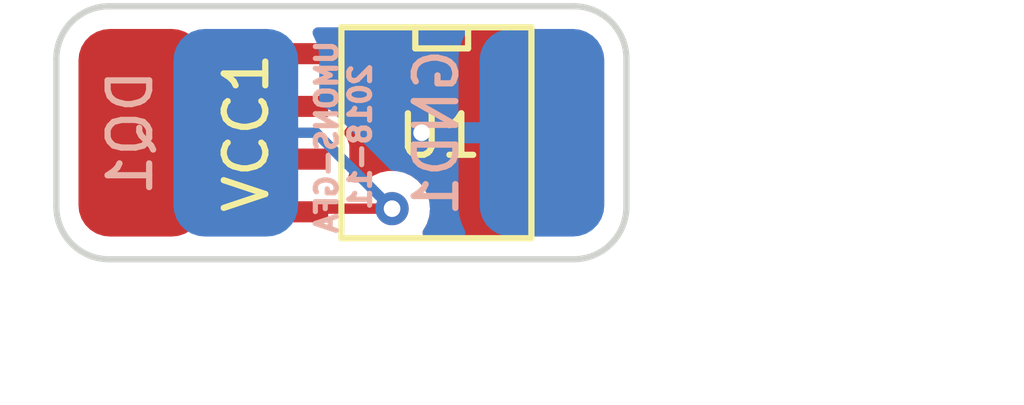
<source format=kicad_pcb>
(kicad_pcb (version 20221018) (generator pcbnew)
  (layers (0 "F.Cu" signal) (31 "B.Cu" signal) (34 "B.Paste" user) (35 "F.Paste" user) (36 "B.SilkS" user "B.Silkscreen") (37 "F.SilkS" user "F.Silkscreen") (38 "B.Mask" user) (39 "F.Mask" user) (44 "Edge.Cuts" user))
  (net 0 "")
  (net 1 "DQ")
  (net 2 "GND")
  (net 3 "VCC")
  (footprint "kicad-gfa local:SOIC-8-N" (layer "F.Cu") (at 100.076 100.076 -90)
    (fp_text reference "U1" (at 0.076 -0.076) (layer "F.SilkS"))
    (fp_text value "DS18B20Z" hide)
    (fp_line (start -2.54 -2.286) (end 2.54 -2.286) (stroke (width 0.15)) (layer "F.SilkS"))
    (fp_line (start -2.54 -0.762) (end -2.032 -0.762) (stroke (width 0.15)) (layer "F.SilkS"))
    (fp_line (start -2.54 2.286) (end -2.54 -2.286) (stroke (width 0.15)) (layer "F.SilkS"))
    (fp_line (start -2.032 -0.762) (end -2.032 0.508) (stroke (width 0.15)) (layer "F.SilkS"))
    (fp_line (start -2.032 0.508) (end -2.54 0.508) (stroke (width 0.15)) (layer "F.SilkS"))
    (fp_line (start 2.54 -2.286) (end 2.54 2.286) (stroke (width 0.15)) (layer "F.SilkS"))
    (fp_line (start 2.54 2.286) (end -2.54 2.286) (stroke (width 0.15)) (layer "F.SilkS"))
    (pad "1" smd rect (at -1.905 3.175 270) (size 0.508 1.143) (layers "F.Cu" "F.Paste" "F.Mask"))
    (pad "2" smd rect (at -0.635 3.175 270) (size 0.508 1.143) (layers "F.Cu" "F.Paste" "F.Mask"))
    (pad "3" smd rect (at 0.635 3.175 270) (size 0.508 1.143) (layers "F.Cu" "F.Paste" "F.Mask") (net 3 "VCC"))
    (pad "4" smd rect (at 1.905 3.175 270) (size 0.508 1.143) (layers "F.Cu" "F.Paste" "F.Mask") (net 1 "DQ"))
    (pad "5" smd rect (at 1.905 -3.175 270) (size 0.508 1.143) (layers "F.Cu" "F.Paste" "F.Mask") (net 2 "GND"))
    (pad "6" smd rect (at 0.635 -3.175 270) (size 0.508 1.143) (layers "F.Cu" "F.Paste" "F.Mask"))
    (pad "7" smd rect (at -0.635 -3.175 270) (size 0.508 1.143) (layers "F.Cu" "F.Paste" "F.Mask"))
    (pad "8" smd rect (at -1.905 -3.175 270) (size 0.508 1.143) (layers "F.Cu" "F.Paste" "F.Mask"))
  )
  (footprint "project_footprints:PAD3mmx5mm" (layer "F.Cu") (at 92.964 100.076 90)
    (fp_text reference "VCC1" (at 0 2.54 90) (layer "F.SilkS"))
    (fp_text value "Pad")
    (pad "1" smd roundrect (at 0 0 90) (size 5 3) (layers "F.Cu" "F.Paste" "F.Mask") (net 3 "VCC"))
  )
  (footprint "project_footprints:PAD3mmx5mm" (layer "B.Cu") (at 95.25 100.076 90)
    (fp_text reference "DQ1" (at 0 -2.54 90) (layer "B.SilkS") (effects (justify mirror)))
    (fp_text value "Pad")
    (pad "1" smd roundrect (at 0 0 90) (size 5 3) (layers "B.Cu" "B.Paste" "B.Mask") (net 1 "DQ"))
  )
  (footprint "project_footprints:PAD3mmx5mm" (layer "B.Cu") (at 102.616 100.076 90)
    (fp_text reference "GND1" (at 0 -2.54 90) (layer "B.SilkS") (effects (justify mirror)))
    (fp_text value "Pad")
    (pad "1" smd roundrect (at 0 0 90) (size 5 3) (layers "B.Cu" "B.Paste" "B.Mask") (net 2 "GND"))
  )
  (gr_arc (start 92.202 103.124) (mid 91.303974 102.752026) (end 90.932 101.854) (stroke (width 0.15)) (layer "Edge.Cuts"))
  (gr_arc (start 104.648 101.854) (mid 104.276026 102.752026) (end 103.378 103.124) (stroke (width 0.15)) (layer "Edge.Cuts"))
  (gr_arc (start 103.378 97.028) (mid 104.276026 97.399974) (end 104.648 98.298) (stroke (width 0.15)) (layer "Edge.Cuts"))
  (gr_line (start 90.932 98.298) (end 90.932 101.854) (stroke (width 0.15)) (layer "Edge.Cuts"))
  (gr_line (start 103.378 103.124) (end 92.202 103.124) (stroke (width 0.15)) (layer "Edge.Cuts"))
  (gr_arc (start 90.932 98.298) (mid 91.303974 97.399974) (end 92.202 97.028) (stroke (width 0.15)) (layer "Edge.Cuts"))
  (gr_line (start 104.648 98.298) (end 104.648 101.854) (stroke (width 0.15)) (layer "Edge.Cuts"))
  (gr_line (start 103.378 97.028) (end 92.202 97.028) (stroke (width 0.15)) (layer "Edge.Cuts"))
  (gr_text "UMONS-GFA\n2018-11" (at 97.8408 100.1776 90) (layer "B.SilkS") (effects (font (size 0.5 0.5) (thickness 0.125)) (justify mirror)))
  (segment (start 99.0092 101.9048) (end 96.9772 101.9048) (width 0.25) (layer "F.Cu") (net 1))
  (segment (start 96.9772 101.9048) (end 96.901 101.981) (width 0.25) (layer "F.Cu") (net 1))
  (via (at 99.0092 101.9048) (size 0.8) (drill 0.4) (layers "F.Cu" "B.Cu") (net 1))
  (segment (start 97.1804 100.076) (end 99.0092 101.9048) (width 0.25) (layer "B.Cu") (net 1))
  (segment (start 95.25 100.076) (end 97.1804 100.076) (width 0.25) (layer "B.Cu") (net 1))
  (segment (start 101.059715 101.981) (end 102.4295 101.981) (width 0.25) (layer "F.Cu") (net 2))
  (segment (start 99.7204 100.641685) (end 101.059715 101.981) (width 0.25) (layer "F.Cu") (net 2))
  (segment (start 99.7204 100.076) (end 99.7204 100.641685) (width 0.25) (layer "F.Cu") (net 2))
  (segment (start 102.4295 101.981) (end 103.251 101.981) (width 0.25) (layer "F.Cu") (net 2))
  (via (at 99.7204 100.076) (size 0.8) (drill 0.4) (layers "F.Cu" "B.Cu") (net 2))
  (segment (start 102.616 100.076) (end 99.7204 100.076) (width 0.25) (layer "B.Cu") (net 2))
  (segment (start 95.2498 100.711) (end 96.901 100.711) (width 0.25) (layer "F.Cu") (net 3))
  (segment (start 94.564 100.076) (end 95.2244 100.7364) (width 0.25) (layer "F.Cu") (net 3))
  (segment (start 92.964 100.076) (end 94.564 100.076) (width 0.25) (layer "F.Cu") (net 3))
  (segment (start 95.2244 100.7364) (end 95.2498 100.711) (width 0.25) (layer "F.Cu") (net 3))
  (zone (net 2) (net_name "GND") (layer "F.Cu") (connect_pads (clearance 0.508)) (min_thickness 0.254) (fill yes (thermal_gap 0.508) (thermal_bridge_width 0.508))
    (polygon (pts (xy 98.552 97.536) (xy 103.632 97.536) (xy 104.14 97.536) (xy 104.14 102.616) (xy 91.44 102.616) (xy 91.44 97.536)))
  )
  (zone (net 2) (net_name "GND") (layer "B.Cu") (connect_pads (clearance 0.508)) (min_thickness 0.254) (fill yes (thermal_gap 0.508) (thermal_bridge_width 0.508))
    (polygon (pts (xy 98.552 97.536) (xy 103.632 97.536) (xy 104.14 97.536) (xy 104.14 102.616) (xy 91.44 102.616) (xy 91.44 97.536)))
  )
)
</source>
